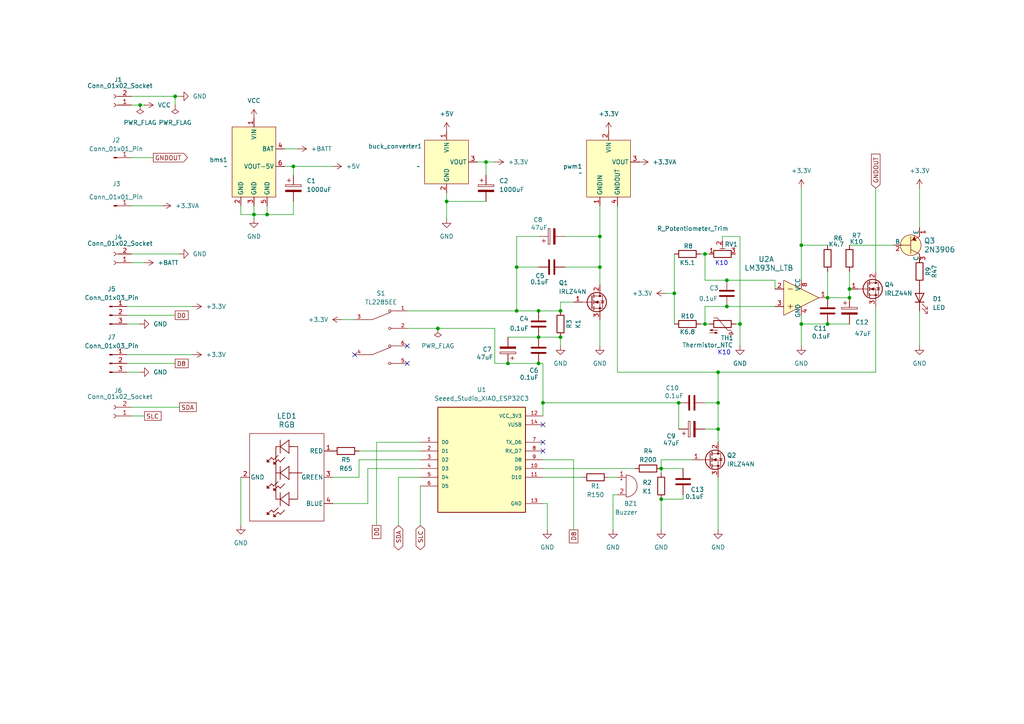
<source format=kicad_sch>
(kicad_sch (version 20231120) (generator "eeschema") (generator_version "8.0")
  (paper "A4")
  (title_block (title "LED-board-PWM") (date "2024-07-23") (rev "2") (company "NatureCircuit") (comment 1 "Andreas Nosál"))
  (lib_symbols
    (symbol "Buck_Boost_TZT:TZT_4A_Mini_DC-DC_Buck_Converter"
      (property "Reference" "PCB" (at -8.89 3.81 0))
      (symbol "TZT_4A_Mini_DC-DC_Buck_Converter_1_1"
        (pin power_in line (at 0 7.62 270) (length 2.54) (name "VIN") (number "1"))
        (pin power_in line (at 0 -10.16 90) (length 2.54) (name "GND") (number "2"))
        (pin power_out line (at 8.89 -1.27 180) (length 2.54) (name "VOUT") (number "3"))
      )
    )
    (symbol "Charging _ discharging_circuit_MH-CD42_for_batteries:Battery_charge_discharge_MH-CD42_lithium"
      (property "Reference" "PCB" (at -5.842 9.906 0))
      (symbol "Battery_charge_discharge_MH-CD42_lithium_1_1"
        (pin power_in line (at -1.27 11.43 270) (length 2.54) (name "VIN") (number "1"))
        (pin input line (at -5.08 -13.97 90) (length 2.54) (name "GND") (number "2"))
        (pin input line (at -1.27 -13.97 90) (length 2.54) (name "GND") (number "3"))
        (pin power_out line (at 7.62 2.54 180) (length 2.54) (name "BAT") (number "4"))
        (pin input line (at 2.54 -13.97 90) (length 2.54) (name "GND") (number "5"))
        (pin power_out line (at 7.62 -2.54 180) (length 2.54) (name "VOUT-5V") (number "6"))
      )
    )
    (symbol "Connector:Conn_01x01_Pin" (pin_names (offset 1.016) hide)
      (property "Reference" "J" (at 0 2.54 0))
      (property "Value" "Conn_01x01_Pin" (at 0 -2.54 0))
      (symbol "Conn_01x01_Pin_1_1"
        (pin passive line (at 5.08 0 180) (length 3.81) (name "Pin_1") (number "1"))
      )
    )
    (symbol "Connector:Conn_01x02_Socket" (pin_names (offset 1.016) hide)
      (property "Reference" "J" (at 0 2.54 0))
      (property "Value" "Conn_01x02_Socket" (at 0 -5.08 0))
      (symbol "Conn_01x02_Socket_1_1"
        (pin passive line (at -5.08 0 0) (length 3.81) (name "Pin_1") (number "1"))
        (pin passive line (at -5.08 -2.54 0) (length 3.81) (name "Pin_2") (number "2"))
      )
    )
    (symbol "Connector:Conn_01x03_Pin" (pin_names (offset 1.016) hide)
      (property "Reference" "J" (at 0 5.08 0))
      (property "Value" "Conn_01x03_Pin" (at 0 -5.08 0))
      (symbol "Conn_01x03_Pin_1_1"
        (pin passive line (at 5.08 2.54 180) (length 3.81) (name "Pin_1") (number "1"))
        (pin passive line (at 5.08 0 180) (length 3.81) (name "Pin_2") (number "2"))
        (pin passive line (at 5.08 -2.54 180) (length 3.81) (name "Pin_3") (number "3"))
      )
    )
    (symbol "Device:Buzzer" (pin_names (offset 0.0254) hide)
      (property "Reference" "BZ" (at 3.81 1.27 0))
      (property "Value" "Buzzer" (at 3.81 -1.27 0))
      (symbol "Buzzer_1_1"
        (pin passive line (at -2.54 2.54 0) (length 2.54) (name "+") (number "1"))
        (pin passive line (at -2.54 -2.54 0) (length 2.54) (name "-") (number "2"))
      )
    )
    (symbol "Device:C" (pin_numbers hide) (pin_names (offset 0.254))
      (property "Reference" "C" (at 0.635 2.54 0))
      (property "Value" "C" (at 0.635 -2.54 0))
      (symbol "C_1_1"
        (pin passive line (at 0 3.81 270) (length 2.794) (name "~") (number "1"))
        (pin passive line (at 0 -3.81 90) (length 2.794) (name "~") (number "2"))
      )
    )
    (symbol "Device:C_Polarized" (pin_numbers hide) (pin_names (offset 0.254))
      (property "Reference" "C" (at 0.635 2.54 0))
      (property "Value" "C_Polarized" (at 0.635 -2.54 0))
      (symbol "C_Polarized_1_1"
        (pin passive line (at 0 3.81 270) (length 2.794) (name "~") (number "1"))
        (pin passive line (at 0 -3.81 90) (length 2.794) (name "~") (number "2"))
      )
    )
    (symbol "Device:LED" (pin_numbers hide) (pin_names (offset 1.016) hide)
      (property "Reference" "D" (at 0 2.54 0))
      (property "Value" "LED" (at 0 -2.54 0))
      (symbol "LED_1_1"
        (pin passive line (at -3.81 0 0) (length 2.54) (name "K") (number "1"))
        (pin passive line (at 3.81 0 180) (length 2.54) (name "A") (number "2"))
      )
    )
    (symbol "Device:R" (pin_numbers hide) (pin_names (offset 0))
      (property "Reference" "R" (at 2.032 0 90))
      (property "Value" "R" (at 0 0 90))
      (symbol "R_1_1"
        (pin passive line (at 0 3.81 270) (length 1.27) (name "~") (number "1"))
        (pin passive line (at 0 -3.81 90) (length 1.27) (name "~") (number "2"))
      )
    )
    (symbol "Device:R_Potentiometer_Trim" (pin_names (offset 1.016) hide)
      (property "Reference" "RV" (at -4.445 0 90))
      (property "Value" "R_Potentiometer_Trim" (at -2.54 0 90))
      (symbol "R_Potentiometer_Trim_1_1"
        (pin passive line (at 0 3.81 270) (length 1.27) (name "1") (number "1"))
        (pin passive line (at 3.81 0 180) (length 1.27) (name "2") (number "2"))
        (pin passive line (at 0 -3.81 90) (length 1.27) (name "3") (number "3"))
      )
    )
    (symbol "Device:Thermistor_NTC" (pin_numbers hide) (pin_names (offset 0))
      (property "Reference" "TH" (at -4.445 0 90))
      (property "Value" "Thermistor_NTC" (at 3.175 0 90))
      (symbol "Thermistor_NTC_1_1"
        (pin passive line (at 0 3.81 270) (length 1.27) (name "~") (number "1"))
        (pin passive line (at 0 -3.81 90) (length 1.27) (name "~") (number "2"))
      )
    )
    (symbol "PWM_module_2A:PWM_module_2A"
      (property "Reference" "PCB" (at -4.572 7.366 0))
      (symbol "PWM_module_2A_1_1"
        (pin input line (at -2.54 -12.7 90) (length 2.54) (name "GNDIN") (number "1"))
        (pin input line (at 0 8.89 270) (length 2.54) (name "VIN") (number "2"))
        (pin output line (at 8.89 0 180) (length 2.54) (name "VOUT") (number "3"))
        (pin output line (at 2.54 -12.7 90) (length 2.54) (name "GNDOUT") (number "4"))
      )
    )
    (symbol "RGB_LED:RGB_LED" (pin_names (offset 0.254))
      (property "Reference" "LED" (at 8.89 16.256 0))
      (property "Value" "RGB" (at 8.89 13.97 0))
      (symbol "RGB_LED_1_1"
        (pin input line (at -5.08 -7.62 0) (length 2.54) (name "RED") (number "1"))
        (pin input line (at 21.59 0 180) (length 2.54) (name "GND") (number "2"))
        (pin input line (at -5.08 0 0) (length 2.54) (name "GREEN") (number "3"))
        (pin input line (at -5.08 7.62 0) (length 2.54) (name "BLUE") (number "4"))
      )
      (symbol "RGB_LED_1_2"
        (pin unspecified line (at 10.16 12.7 270) (length 2.54) (name "1") (number "1"))
        (pin unspecified line (at 0 0 90) (length 2.54) (name "2") (number "2"))
        (pin unspecified line (at 0 12.7 270) (length 2.54) (name "3") (number "3"))
        (pin unspecified line (at -10.16 12.7 270) (length 2.54) (name "4") (number "4"))
      )
    )
    (symbol "Seeed_Studio_XIAO_ESP32C3:Seeed_Studio_XIAO_ESP32C3" (pin_names (offset 1.016))
      (property "Reference" "U" (at -12.7 16.002 0))
      (property "Value" "Seeed_Studio_XIAO_ESP32C3" (at -12.7 -17.78 0))
      (symbol "Seeed_Studio_XIAO_ESP32C3_0_0"
        (pin bidirectional line (at -17.78 5.08 0) (length 5.08) (name "D0") (number "1"))
        (pin bidirectional line (at 17.78 -2.54 180) (length 5.08) (name "D9") (number "10"))
        (pin bidirectional line (at 17.78 -5.08 180) (length 5.08) (name "D10") (number "11"))
        (pin power_in line (at 17.78 12.7 180) (length 5.08) (name "VCC_3V3") (number "12"))
        (pin power_in line (at 17.78 -12.7 180) (length 5.08) (name "GND") (number "13"))
        (pin power_in line (at 17.78 10.16 180) (length 5.08) (name "VUSB") (number "14"))
        (pin bidirectional line (at -17.78 2.54 0) (length 5.08) (name "D1") (number "2"))
        (pin bidirectional line (at -17.78 0 0) (length 5.08) (name "D2") (number "3"))
        (pin bidirectional line (at -17.78 -2.54 0) (length 5.08) (name "D3") (number "4"))
        (pin bidirectional line (at -17.78 -5.08 0) (length 5.08) (name "D4") (number "5"))
        (pin bidirectional line (at -17.78 -7.62 0) (length 5.08) (name "D5") (number "6"))
        (pin bidirectional line (at 17.78 5.08 180) (length 5.08) (name "TX_D6") (number "7"))
        (pin bidirectional line (at 17.78 2.54 180) (length 5.08) (name "RX_D7") (number "8"))
        (pin bidirectional line (at 17.78 0 180) (length 5.08) (name "D8") (number "9"))
      )
    )
    (symbol "TL2285EE:TL2285EE" (pin_names (offset 1.016))
      (property "Reference" "S" (at -2.54 10.16 0))
      (property "Value" "TL2285EE" (at -2.54 -10.16 0))
      (symbol "TL2285EE_0_0"
        (pin passive line (at 7.62 7.62 180) (length 2.54) (name "~") (number "1"))
        (pin passive line (at 7.62 2.54 180) (length 2.54) (name "~") (number "2"))
        (pin passive line (at -7.62 5.08 0) (length 2.54) (name "~") (number "3"))
        (pin passive line (at -7.62 -5.08 0) (length 2.54) (name "~") (number "4"))
        (pin passive line (at 7.62 -7.62 180) (length 2.54) (name "~") (number "5"))
        (pin passive line (at 7.62 -2.54 180) (length 2.54) (name "~") (number "6"))
      )
    )
    (symbol "Transistor_FET:IRLZ44N" (pin_names hide)
      (property "Reference" "Q" (at 5.08 1.905 0))
      (property "Value" "IRLZ44N" (at 5.08 0 0))
      (symbol "IRLZ44N_1_1"
        (pin input line (at -5.08 0 0) (length 2.54) (name "G") (number "1"))
        (pin passive line (at 2.54 5.08 270) (length 2.54) (name "D") (number "2"))
        (pin passive line (at 2.54 -5.08 90) (length 2.54) (name "S") (number "3"))
      )
    )
    (symbol "dk_Linear-Comparators:LM393N_LTB" (pin_names (offset 0))
      (property "Reference" "U" (at -5.08 7.62 0))
      (property "Value" "LM393N_LTB" (at 2.54 -5.08 0))
      (symbol "LM393N_LTB_1_1"
        (pin output line (at 7.62 0 180) (length 2.54) (name "~") (number "1"))
        (pin input line (at -7.62 2.54 0) (length 2.54) (name "~") (number "2"))
        (pin input line (at -7.62 -2.54 0) (length 2.54) (name "~") (number "3"))
        (pin power_in line (at 0 -5.08 90) (length 2.54) (name "GND") (number "4"))
        (pin power_in line (at 0 5.08 270) (length 2.54) (name "VCC") (number "8"))
      )
      (symbol "LM393N_LTB_2_1"
        (pin power_in line (at 0 -5.08 90) (length 2.54) (name "GND") (number "4"))
        (pin input line (at -7.62 -2.54 0) (length 2.54) (name "~") (number "5"))
        (pin input line (at -7.62 2.54 0) (length 2.54) (name "~") (number "6"))
        (pin output line (at 7.62 0 180) (length 2.54) (name "~") (number "7"))
        (pin power_in line (at 0 5.08 270) (length 2.54) (name "VCC") (number "8"))
      )
    )
    (symbol "dk_Transistors-Bipolar-BJT-Single:2N3906" (pin_names (offset 0))
      (property "Reference" "Q" (at -2.3876 3.9116 0))
      (property "Value" "2N3906" (at 5.08 0 90))
      (symbol "2N3906_1_1"
        (pin passive line (at 2.54 5.08 270) (length 2.54) (name "E") (number "1"))
        (pin input line (at -5.08 0 0) (length 2.54) (name "B") (number "2"))
        (pin passive line (at 2.54 -5.08 90) (length 2.54) (name "C") (number "3"))
      )
    )
    (symbol "power:+3.3V" (power) (pin_numbers hide) (pin_names (offset 0) hide)
      (property "Value" "+3.3V" (at 0 3.556 0))
      (symbol "+3.3V_1_1"
        (pin power_in line (at 0 0 90) (length 0) (name "~") (number "1"))
      )
    )
    (symbol "power:+3.3VA" (power) (pin_numbers hide) (pin_names (offset 0) hide)
      (property "Value" "+3.3VA" (at 0 3.556 0))
      (symbol "+3.3VA_1_1"
        (pin power_in line (at 0 0 90) (length 0) (name "~") (number "1"))
      )
    )
    (symbol "power:+5V" (power) (pin_numbers hide) (pin_names (offset 0) hide)
      (property "Value" "+5V" (at 0 3.556 0))
      (symbol "+5V_1_1"
        (pin power_in line (at 0 0 90) (length 0) (name "~") (number "1"))
      )
    )
    (symbol "power:+BATT" (power) (pin_numbers hide) (pin_names (offset 0) hide)
      (property "Value" "+BATT" (at 0 3.556 0))
      (symbol "+BATT_1_1"
        (pin power_in line (at 0 0 90) (length 0) (name "~") (number "1"))
      )
    )
    (symbol "power:GND" (power) (pin_numbers hide) (pin_names (offset 0) hide)
      (property "Value" "GND" (at 0 -3.81 0))
      (symbol "GND_1_1"
        (pin power_in line (at 0 0 270) (length 0) (name "~") (number "1"))
      )
    )
    (symbol "power:PWR_FLAG" (power) (pin_numbers hide) (pin_names (offset 0) hide)
      (property "Value" "PWR_FLAG" (at 0 3.81 0))
      (symbol "PWR_FLAG_0_0"
        (pin power_out line (at 0 0 90) (length 0) (name "~") (number "1"))
      )
    )
    (symbol "power:VCC" (power) (pin_numbers hide) (pin_names (offset 0) hide)
      (property "Value" "VCC" (at 0 3.556 0))
      (symbol "VCC_1_1"
        (pin power_in line (at 0 0 90) (length 0) (name "~") (number "1"))
      )
    )
  )
  (junction (at 157.48 116.84))
  (junction (at 50.8 27.94))
  (junction (at 204.47 93.98))
  (junction (at 191.77 144.78))
  (junction (at 127 95.25))
  (junction (at 208.28 107.95))
  (junction (at 73.66 62.23))
  (junction (at 140.97 46.99))
  (junction (at 204.47 73.66))
  (junction (at 149.86 77.47))
  (junction (at 210.82 81.28))
  (junction (at 162.56 90.17))
  (junction (at 191.77 135.89))
  (junction (at 147.32 105.41))
  (junction (at 232.41 71.12))
  (junction (at 85.09 48.26))
  (junction (at 162.56 97.79))
  (junction (at 156.21 97.79))
  (junction (at 156.21 105.41))
  (junction (at 246.38 86.36))
  (junction (at 208.28 124.46))
  (junction (at 240.03 93.98))
  (junction (at 129.54 58.42))
  (junction (at 77.47 62.23))
  (junction (at 214.63 93.98))
  (junction (at 240.03 86.36))
  (junction (at 156.21 90.17))
  (junction (at 40.64 30.48))
  (junction (at 208.28 116.84))
  (junction (at 196.85 116.84))
  (junction (at 246.38 83.82))
  (junction (at 173.99 68.58))
  (junction (at 232.41 93.98))
  (junction (at 173.99 77.47))
  (junction (at 210.82 88.9))
  (junction (at 195.58 85.09))
  (junction (at 149.86 90.17))
  (no_connect (at 157.48 123.19))
  (no_connect (at 118.11 105.41))
  (no_connect (at 157.48 128.27))
  (no_connect (at 157.48 130.81))
  (no_connect (at 118.11 100.33))
  (no_connect (at 102.87 102.87))
  (wire (pts (xy 209.55 68.58) (xy 214.63 68.58)))
  (wire (pts (xy 210.82 81.28) (xy 224.79 81.28)))
  (wire (pts (xy 157.48 138.43) (xy 168.91 138.43)))
  (wire (pts (xy 204.47 88.9) (xy 204.47 93.98)))
  (wire (pts (xy 50.8 91.44) (xy 36.83 91.44)))
  (wire (pts (xy 140.97 50.8) (xy 140.97 46.99)))
  (wire (pts (xy 198.12 143.51) (xy 198.12 144.78)))
  (wire (pts (xy 38.1 120.65) (xy 41.91 120.65)))
  (wire (pts (xy 38.1 73.66) (xy 52.07 73.66)))
  (wire (pts (xy 149.86 68.58) (xy 149.86 77.47)))
  (wire (pts (xy 254 54.61) (xy 254 78.74)))
  (wire (pts (xy 246.38 78.74) (xy 246.38 83.82)))
  (wire (pts (xy 85.09 58.42) (xy 85.09 62.23)))
  (wire (pts (xy 138.43 46.99) (xy 140.97 46.99)))
  (wire (pts (xy 38.1 45.72) (xy 44.45 45.72)))
  (wire (pts (xy 36.83 102.87) (xy 55.88 102.87)))
  (wire (pts (xy 224.79 81.28) (xy 224.79 83.82)))
  (wire (pts (xy 191.77 135.89) (xy 198.12 135.89)))
  (wire (pts (xy 147.32 97.79) (xy 156.21 97.79)))
  (wire (pts (xy 173.99 59.69) (xy 173.99 68.58)))
  (wire (pts (xy 77.47 62.23) (xy 85.09 62.23)))
  (wire (pts (xy 147.32 105.41) (xy 156.21 105.41)))
  (wire (pts (xy 173.99 77.47) (xy 173.99 82.55)))
  (wire (pts (xy 203.2 93.98) (xy 204.47 93.98)))
  (wire (pts (xy 195.58 85.09) (xy 195.58 93.98)))
  (wire (pts (xy 115.57 138.43) (xy 121.92 138.43)))
  (wire (pts (xy 50.8 27.94) (xy 52.07 27.94)))
  (wire (pts (xy 203.2 73.66) (xy 204.47 73.66)))
  (wire (pts (xy 191.77 135.89) (xy 191.77 137.16)))
  (wire (pts (xy 156.21 97.79) (xy 162.56 97.79)))
  (wire (pts (xy 204.47 73.66) (xy 205.74 73.66)))
  (wire (pts (xy 176.53 138.43) (xy 179.07 138.43)))
  (wire (pts (xy 121.92 135.89) (xy 106.68 135.89)))
  (wire (pts (xy 36.83 107.95) (xy 40.64 107.95)))
  (wire (pts (xy 104.14 133.35) (xy 104.14 138.43)))
  (wire (pts (xy 246.38 83.82) (xy 246.38 86.36)))
  (wire (pts (xy 195.58 85.09) (xy 195.58 73.66)))
  (wire (pts (xy 162.56 97.79) (xy 162.56 100.33)))
  (wire (pts (xy 50.8 30.48) (xy 50.8 27.94)))
  (wire (pts (xy 156.21 90.17) (xy 162.56 90.17)))
  (wire (pts (xy 158.75 153.67) (xy 158.75 146.05)))
  (wire (pts (xy 232.41 93.98) (xy 232.41 91.44)))
  (wire (pts (xy 73.66 59.69) (xy 73.66 62.23)))
  (wire (pts (xy 129.54 58.42) (xy 140.97 58.42)))
  (wire (pts (xy 266.7 76.2) (xy 266.7 74.93)))
  (wire (pts (xy 213.36 93.98) (xy 214.63 93.98)))
  (wire (pts (xy 173.99 68.58) (xy 173.99 77.47)))
  (wire (pts (xy 69.85 138.43) (xy 69.85 152.4)))
  (wire (pts (xy 173.99 100.33) (xy 173.99 92.71)))
  (wire (pts (xy 118.11 90.17) (xy 149.86 90.17)))
  (wire (pts (xy 73.66 62.23) (xy 77.47 62.23)))
  (wire (pts (xy 208.28 107.95) (xy 254 107.95)))
  (wire (pts (xy 232.41 54.61) (xy 232.41 71.12)))
  (wire (pts (xy 204.47 88.9) (xy 210.82 88.9)))
  (wire (pts (xy 109.22 128.27) (xy 109.22 152.4)))
  (wire (pts (xy 208.28 116.84) (xy 208.28 124.46)))
  (wire (pts (xy 208.28 138.43) (xy 208.28 153.67)))
  (wire (pts (xy 209.55 69.85) (xy 209.55 68.58)))
  (wire (pts (xy 246.38 71.12) (xy 259.08 71.12)))
  (wire (pts (xy 69.85 62.23) (xy 73.66 62.23)))
  (wire (pts (xy 77.47 59.69) (xy 77.47 62.23)))
  (wire (pts (xy 115.57 138.43) (xy 115.57 152.4)))
  (wire (pts (xy 204.47 93.98) (xy 205.74 93.98)))
  (wire (pts (xy 240.03 78.74) (xy 240.03 86.36)))
  (wire (pts (xy 204.47 81.28) (xy 210.82 81.28)))
  (wire (pts (xy 191.77 144.78) (xy 191.77 153.67)))
  (wire (pts (xy 85.09 50.8) (xy 85.09 48.26)))
  (wire (pts (xy 99.06 92.71) (xy 102.87 92.71)))
  (wire (pts (xy 163.83 68.58) (xy 173.99 68.58)))
  (wire (pts (xy 157.48 105.41) (xy 157.48 116.84)))
  (wire (pts (xy 208.28 124.46) (xy 208.28 128.27)))
  (wire (pts (xy 232.41 100.33) (xy 232.41 93.98)))
  (wire (pts (xy 73.66 62.23) (xy 73.66 63.5)))
  (wire (pts (xy 240.03 93.98) (xy 246.38 93.98)))
  (wire (pts (xy 69.85 59.69) (xy 69.85 62.23)))
  (wire (pts (xy 157.48 116.84) (xy 157.48 120.65)))
  (wire (pts (xy 232.41 71.12) (xy 240.03 71.12)))
  (wire (pts (xy 232.41 93.98) (xy 240.03 93.98)))
  (wire (pts (xy 40.64 30.48) (xy 38.1 30.48)))
  (wire (pts (xy 36.83 93.98) (xy 40.64 93.98)))
  (wire (pts (xy 266.7 90.17) (xy 266.7 100.33)))
  (wire (pts (xy 179.07 107.95) (xy 208.28 107.95)))
  (wire (pts (xy 204.47 81.28) (xy 204.47 73.66)))
  (wire (pts (xy 85.09 48.26) (xy 82.55 48.26)))
  (wire (pts (xy 177.8 153.67) (xy 177.8 143.51)))
  (wire (pts (xy 129.54 63.5) (xy 129.54 58.42)))
  (wire (pts (xy 127 95.25) (xy 143.51 95.25)))
  (wire (pts (xy 179.07 59.69) (xy 179.07 107.95)))
  (wire (pts (xy 177.8 143.51) (xy 179.07 143.51)))
  (wire (pts (xy 38.1 59.69) (xy 46.99 59.69)))
  (wire (pts (xy 166.37 153.67) (xy 166.37 133.35)))
  (wire (pts (xy 149.86 90.17) (xy 156.21 90.17)))
  (wire (pts (xy 196.85 116.84) (xy 196.85 124.46)))
  (wire (pts (xy 162.56 87.63) (xy 166.37 87.63)))
  (wire (pts (xy 121.92 140.97) (xy 121.92 152.4)))
  (wire (pts (xy 106.68 135.89) (xy 106.68 146.05)))
  (wire (pts (xy 162.56 90.17) (xy 162.56 87.63)))
  (wire (pts (xy 208.28 124.46) (xy 204.47 124.46)))
  (wire (pts (xy 193.04 85.09) (xy 195.58 85.09)))
  (wire (pts (xy 118.11 95.25) (xy 127 95.25)))
  (wire (pts (xy 240.03 86.36) (xy 246.38 86.36)))
  (wire (pts (xy 149.86 77.47) (xy 156.21 77.47)))
  (wire (pts (xy 149.86 77.47) (xy 149.86 90.17)))
  (wire (pts (xy 157.48 135.89) (xy 184.15 135.89)))
  (wire (pts (xy 143.51 105.41) (xy 147.32 105.41)))
  (wire (pts (xy 157.48 116.84) (xy 196.85 116.84)))
  (wire (pts (xy 129.54 58.42) (xy 129.54 55.88)))
  (wire (pts (xy 104.14 130.81) (xy 121.92 130.81)))
  (wire (pts (xy 50.8 105.41) (xy 36.83 105.41)))
  (wire (pts (xy 38.1 76.2) (xy 41.91 76.2)))
  (wire (pts (xy 38.1 27.94) (xy 50.8 27.94)))
  (wire (pts (xy 191.77 133.35) (xy 191.77 135.89)))
  (wire (pts (xy 157.48 105.41) (xy 156.21 105.41)))
  (wire (pts (xy 82.55 43.18) (xy 86.36 43.18)))
  (wire (pts (xy 41.91 30.48) (xy 40.64 30.48)))
  (wire (pts (xy 198.12 144.78) (xy 191.77 144.78)))
  (wire (pts (xy 254 88.9) (xy 254 107.95)))
  (wire (pts (xy 36.83 88.9) (xy 55.88 88.9)))
  (wire (pts (xy 163.83 77.47) (xy 173.99 77.47)))
  (wire (pts (xy 143.51 95.25) (xy 143.51 105.41)))
  (wire (pts (xy 266.7 54.61) (xy 266.7 66.04)))
  (wire (pts (xy 208.28 107.95) (xy 208.28 116.84)))
  (wire (pts (xy 232.41 71.12) (xy 232.41 81.28)))
  (wire (pts (xy 106.68 146.05) (xy 96.52 146.05)))
  (wire (pts (xy 208.28 116.84) (xy 204.47 116.84)))
  (wire (pts (xy 166.37 133.35) (xy 157.48 133.35)))
  (wire (pts (xy 214.63 93.98) (xy 214.63 100.33)))
  (wire (pts (xy 104.14 138.43) (xy 96.52 138.43)))
  (wire (pts (xy 210.82 88.9) (xy 224.79 88.9)))
  (wire (pts (xy 38.1 118.11) (xy 52.07 118.11)))
  (wire (pts (xy 214.63 68.58) (xy 214.63 93.98)))
  (wire (pts (xy 121.92 133.35) (xy 104.14 133.35)))
  (wire (pts (xy 121.92 128.27) (xy 109.22 128.27)))
  (wire (pts (xy 143.51 46.99) (xy 140.97 46.99)))
  (wire (pts (xy 158.75 146.05) (xy 157.48 146.05)))
  (wire (pts (xy 200.66 133.35) (xy 191.77 133.35)))
  (wire (pts (xy 149.86 68.58) (xy 156.21 68.58)))
  (wire (pts (xy 96.52 48.26) (xy 85.09 48.26)))
  (text "K10\n" (at 210.058 102.362 0) (effects (font (size 1.27 1.27))))
  (text "K10" (at 209.296 76.454 0) (effects (font (size 1.27 1.27))))
  (global_label "D8" (shape passive) (at 50.8 105.41 0) (property "Intersheetrefs" "${INTERSHEET_REFS}" (effects (hide yes))))
  (global_label "SDA" (shape passive) (at 52.07 118.11 0) (property "Intersheetrefs" "${INTERSHEET_REFS}" (effects (hide yes))))
  (global_label "D0" (shape passive) (at 109.22 152.4 270) (property "Intersheetrefs" "${INTERSHEET_REFS}" (effects (hide yes))))
  (global_label "D8" (shape passive) (at 166.37 153.67 270) (property "Intersheetrefs" "${INTERSHEET_REFS}" (effects (hide yes))))
  (global_label "SDA" (shape bidirectional) (at 115.57 152.4 270) (property "Intersheetrefs" "${INTERSHEET_REFS}" (effects (hide yes))))
  (global_label "D0" (shape passive) (at 50.8 91.44 0) (property "Intersheetrefs" "${INTERSHEET_REFS}" (effects (hide yes))))
  (global_label "GNDOUT" (shape output) (at 44.45 45.72 0) (property "Intersheetrefs" "${INTERSHEET_REFS}" (effects (hide yes))))
  (global_label "GNDOUT" (shape input) (at 254 54.61 90) (property "Intersheetrefs" "${INTERSHEET_REFS}" (effects (hide yes))))
  (global_label "SLC" (shape bidirectional) (at 121.92 152.4 270) (property "Intersheetrefs" "${INTERSHEET_REFS}" (effects (hide yes))))
  (global_label "SLC" (shape passive) (at 41.91 120.65 0) (property "Intersheetrefs" "${INTERSHEET_REFS}" (effects (hide yes))))
  (symbol (lib_id "power:PWR_FLAG") (at 50.8 30.48 180) (unit 1)
    (property "Reference" "#FLG02" (effects (hide yes)))
    (property "Value" "PWR_FLAG" (at 50.8 35.56 0))
    (property "Description" "Special symbol for telling ERC where power comes from" (effects (hide yes)))
  )
  (symbol (lib_id "Device:C_Polarized") (at 85.09 54.61 0) (unit 1)
    (property "Reference" "C1" (at 88.9 52.4509 0) (effects (justify left)))
    (property "Value" "1000uF" (at 88.9 54.9909 0) (effects (justify left)))
    (property "Footprint" "Capacitor_THT:CP_Radial_D10.0mm_P5.00mm" (effects (hide yes)))
    (property "Description" "Polarized capacitor" (effects (hide yes)))
  )
  (symbol (lib_id "Device:R") (at 191.77 140.97 180) (unit 1)
    (property "Reference" "R2" (at 187.706 139.954 0))
    (property "Value" "K1" (at 187.706 142.494 0))
    (property "Footprint" "Resistor_THT:R_Axial_DIN0207_L6.3mm_D2.5mm_P10.16mm_Horizontal" (effects (hide yes)))
    (property "Description" "Resistor" (effects (hide yes)))
  )
  (symbol (lib_id "power:GND") (at 52.07 73.66 90) (unit 1)
    (property "Reference" "#PWR04" (effects (hide yes)))
    (property "Value" "GND" (at 55.88 73.6599 90) (effects (justify right)))
    (property "Description" "Power symbol creates a global label with name \"GND\" , ground" (effects (hide yes)))
  )
  (symbol (lib_id "Device:C") (at 240.03 90.17 0) (unit 1)
    (property "Reference" "C11" (at 235.966 95.25 0) (effects (justify left)))
    (property "Value" "0.1uF" (at 235.458 97.536 0) (effects (justify left)))
    (property "Footprint" "Capacitor_THT:C_Disc_D3.4mm_W2.1mm_P2.50mm" (effects (hide yes)))
    (property "Description" "Unpolarized capacitor" (effects (hide yes)))
  )
  (symbol (lib_id "power:VCC") (at 41.91 30.48 270) (unit 1)
    (property "Reference" "#PWR017" (effects (hide yes)))
    (property "Value" "VCC" (at 45.72 30.4799 90) (effects (justify left)))
    (property "Description" "Power symbol creates a global label with name \"VCC\"" (effects (hide yes)))
  )
  (symbol (lib_id "Charging _ discharging_circuit_MH-CD42_for_batteries:Battery_charge_discharge_MH-CD42_lithium") (at 74.93 45.72 0) (unit 1)
    (property "Reference" "bms1" (at 66.04 46.3549 0) (effects (justify right)))
    (property "Value" "~" (at 66.04 48.26 0) (effects (justify right)))
    (property "Footprint" "Battery_module_MH-CD42_THT:MH_CD42_Charge_Discharge_Module" (effects (hide yes)))
  )
  (symbol (lib_id "power:GND") (at 214.63 100.33 0) (unit 1)
    (property "Reference" "#PWR014" (effects (hide yes)))
    (property "Value" "GND" (at 214.63 105.41 0))
    (property "Description" "Power symbol creates a global label with name \"GND\" , ground" (effects (hide yes)))
  )
  (symbol (lib_id "power:GND") (at 52.07 27.94 90) (unit 1)
    (property "Reference" "#PWR02" (effects (hide yes)))
    (property "Value" "GND" (at 55.88 27.9399 90) (effects (justify right)))
    (property "Description" "Power symbol creates a global label with name \"GND\" , ground" (effects (hide yes)))
  )
  (symbol (lib_id "power:GND") (at 208.28 153.67 0) (unit 1)
    (property "Reference" "#PWR013" (effects (hide yes)))
    (property "Value" "GND" (at 208.28 158.75 0))
    (property "Description" "Power symbol creates a global label with name \"GND\" , ground" (effects (hide yes)))
  )
  (symbol (lib_id "Device:R") (at 240.03 74.93 180) (unit 1)
    (property "Reference" "R6" (at 243.078 69.088 0))
    (property "Value" "K4.7" (at 242.57 70.866 0))
    (property "Footprint" "Resistor_THT:R_Axial_DIN0207_L6.3mm_D2.5mm_P10.16mm_Horizontal" (effects (hide yes)))
    (property "Description" "Resistor" (effects (hide yes)))
  )
  (symbol (lib_id "Device:R") (at 187.96 135.89 270) (unit 1)
    (property "Reference" "R4" (at 187.96 130.81 90))
    (property "Value" "R200" (at 187.96 133.35 90))
    (property "Footprint" "Resistor_THT:R_Axial_DIN0207_L6.3mm_D2.5mm_P10.16mm_Horizontal" (effects (hide yes)))
    (property "Description" "Resistor" (effects (hide yes)))
  )
  (symbol (lib_id "power:GND") (at 173.99 100.33 0) (unit 1)
    (property "Reference" "#PWR05" (effects (hide yes)))
    (property "Value" "GND" (at 173.99 105.41 0))
    (property "Description" "Power symbol creates a global label with name \"GND\" , ground" (effects (hide yes)))
  )
  (symbol (lib_id "Device:C") (at 210.82 85.09 0) (unit 1)
    (property "Reference" "C3" (at 205.74 83.566 0) (effects (justify left)))
    (property "Value" "0.1uF" (at 202.692 86.614 0) (effects (justify left)))
    (property "Footprint" "Capacitor_THT:C_Disc_D3.4mm_W2.1mm_P2.50mm" (effects (hide yes)))
    (property "Description" "Unpolarized capacitor" (effects (hide yes)))
  )
  (symbol (lib_id "Device:R_Potentiometer_Trim") (at 209.55 73.66 90) (unit 1)
    (property "Reference" "RV1" (at 212.09 70.866 90))
    (property "Value" "R_Potentiometer_Trim" (at 200.914 66.294 90))
    (property "Footprint" "Potentiometer_THT:Potentiometer_Bourns_3296W_Vertical" (effects (hide yes)))
    (property "Description" "Trim-potentiometer" (effects (hide yes)))
  )
  (symbol (lib_id "Connector:Conn_01x02_Socket") (at 33.02 76.2 180) (unit 1)
    (property "Reference" "J4" (at 34.29 68.834 0))
    (property "Value" "Conn_01x02_Socket" (at 34.798 70.612 0))
    (property "Footprint" "Connector_JST:JST_PH_B2B-PH-K_1x02_P2.00mm_Vertical" (effects (hide yes)))
    (property "Description" "Generic connector, single row, 01x02, script generated" (effects (hide yes)))
  )
  (symbol (lib_id "power:GND") (at 129.54 63.5 0) (unit 1)
    (property "Reference" "#PWR03" (effects (hide yes)))
    (property "Value" "GND" (at 129.54 68.58 0))
    (property "Description" "Power symbol creates a global label with name \"GND\" , ground" (effects (hide yes)))
  )
  (symbol (lib_id "TL2285EE:TL2285EE") (at 110.49 97.79 0) (unit 1)
    (property "Reference" "S1" (at 110.49 85.09 0))
    (property "Value" "TL2285EE" (at 110.49 87.63 0))
    (property "Footprint" "TL2285EE:SW_TL2285EE" (effects (hide yes)))
    (property "MF" "E-Switch" (effects (hide yes)))
    (property "MAXIMUM_PACKAGE_HEIGHT" "13.5 mm" (effects (hide yes)))
    (property "Package" "None" (effects (hide yes)))
    (property "Price" "None" (effects (hide yes)))
    (property "Check_prices" "https://www.snapeda.com/parts/TL2285EE/E-Switch/view-part/?ref=eda" (effects (hide yes)))
    (property "STANDARD" "Manufacturer Recommendations" (effects (hide yes)))
    (property "PARTREV" "B" (effects (hide yes)))
    (property "SnapEDA_Link" "https://www.snapeda.com/parts/TL2285EE/E-Switch/view-part/?ref=snap" (effects (hide yes)))
    (property "MP" "TL2285EE" (effects (hide yes)))
    (property "Description_1" "\nPushbutton Switch DPDT Standard Through Hole\n" (effects (hide yes)))
    (property "MANUFACTURER" "E-Switch" (effects (hide yes)))
    (property "Availability" "In Stock" (effects (hide yes)))
    (property "SNAPEDA_PN" "TL2285OA" (effects (hide yes)))
  )
  (symbol (lib_id "power:GND") (at 73.66 63.5 0) (unit 1)
    (property "Reference" "#PWR01" (effects (hide yes)))
    (property "Value" "GND" (at 73.66 68.58 0))
    (property "Description" "Power symbol creates a global label with name \"GND\" , ground" (effects (hide yes)))
  )
  (symbol (lib_id "power:PWR_FLAG") (at 40.64 30.48 180) (unit 1)
    (property "Reference" "#FLG01" (effects (hide yes)))
    (property "Value" "PWR_FLAG" (at 40.64 35.56 0))
    (property "Description" "Special symbol for telling ERC where power comes from" (effects (hide yes)))
  )
  (symbol (lib_id "power:+5V") (at 96.52 48.26 270) (unit 1)
    (property "Reference" "#PWR021" (effects (hide yes)))
    (property "Value" "+5V" (at 100.33 48.2599 90) (effects (justify left)))
    (property "Description" "Power symbol creates a global label with name \"+5V\"" (effects (hide yes)))
  )
  (symbol (lib_id "power:GND") (at 177.8 153.67 0) (unit 1)
    (property "Reference" "#PWR011" (effects (hide yes)))
    (property "Value" "GND" (at 177.8 158.75 0))
    (property "Description" "Power symbol creates a global label with name \"GND\" , ground" (effects (hide yes)))
  )
  (symbol (lib_id "Transistor_FET:IRLZ44N") (at 251.46 83.82 0) (unit 1)
    (property "Reference" "Q4" (at 256.54 82.55 0) (effects (justify left)))
    (property "Value" "IRLZ44N" (at 256.54 85.09 0) (effects (justify left)))
    (property "Footprint" "Package_TO_SOT_THT:TO-220-3_Vertical" (effects (hide yes)))
    (property "Datasheet" "http://www.irf.com/product-info/datasheets/data/irlz44n.pdf" (effects (hide yes)))
    (property "Description" "47A Id, 55V Vds, 22mOhm Rds Single N-Channel HEXFET Power MOSFET, TO-220AB" (effects (hide yes)))
  )
  (symbol (lib_id "dk_Transistors-Bipolar-BJT-Single:2N3906") (at 264.16 71.12 0) (unit 1)
    (property "Reference" "Q3" (at 267.97 69.8499 0) (effects (font (size 1.524 1.524)) (justify left)))
    (property "Value" "2N3906" (at 267.97 72.3899 0) (effects (font (size 1.524 1.524)) (justify left)))
    (property "Footprint" "digikey-footprints:TO-92-3" (effects (hide yes)))
    (property "Datasheet" "https://my.centralsemi.com/get_document.php?cmp=1&mergetype=pd&mergepath=pd&pdf_id=LSSGP072.PDF" (effects (hide yes)))
    (property "Description" "TRANS PNP 40V TO-92" (effects (hide yes)))
    (property "Digi-Key_PN" "2N3906CS-ND" (effects (hide yes)))
    (property "MPN" "2N3906" (effects (hide yes)))
    (property "Category" "Discrete Semiconductor Products" (effects (hide yes)))
    (property "Family" "Transistors - Bipolar (BJT) - Single" (effects (hide yes)))
    (property "DK_Datasheet_Link" "https://my.centralsemi.com/get_document.php?cmp=1&mergetype=pd&mergepath=pd&pdf_id=LSSGP072.PDF" (effects (hide yes)))
    (property "DK_Detail_Page" "/product-detail/en/central-semiconductor-corp/2N3906/2N3906CS-ND/4806878" (effects (hide yes)))
    (property "Description_1" "TRANS PNP 40V TO-92" (effects (hide yes)))
    (property "Manufacturer" "Central Semiconductor Corp" (effects (hide yes)))
    (property "Status" "Active" (effects (hide yes)))
  )
  (symbol (lib_id "Device:C") (at 156.21 93.98 0) (unit 1)
    (property "Reference" "C4" (at 150.622 92.456 0) (effects (justify left)))
    (property "Value" "0.1uF" (at 147.828 95.25 0) (effects (justify left)))
    (property "Footprint" "Capacitor_THT:C_Disc_D3.4mm_W2.1mm_P2.50mm" (effects (hide yes)))
    (property "Description" "Unpolarized capacitor" (effects (hide yes)))
  )
  (symbol (lib_id "RGB_LED:RGB_LED") (at 91.44 138.43 180) (unit 1)
    (property "Reference" "LED1" (at 83.185 120.65 0) (effects (font (size 1.524 1.524))))
    (property "Value" "RGB" (at 83.185 123.19 0) (effects (font (size 1.524 1.524))))
    (property "Footprint" "footprints:RGB_LED" (effects (hide yes)))
    (property "Datasheet" "WP154A4SEJ3VBDZGC/CA" (effects (hide yes)))
  )
  (symbol (lib_id "power:+3.3V") (at 193.04 85.09 90) (unit 1)
    (property "Reference" "#PWR030" (effects (hide yes)))
    (property "Value" "+3.3V" (at 189.23 85.0899 90) (effects (justify left)))
    (property "Description" "Power symbol creates a global label with name \"+3.3V\"" (effects (hide yes)))
  )
  (symbol (lib_id "Device:Thermistor_NTC") (at 209.55 93.98 270) (mirror x) (unit 1)
    (property "Reference" "TH1" (at 209.042 98.044 90) (effects (justify left)))
    (property "Value" "Thermistor_NTC" (at 197.866 100.076 90) (effects (justify left)))
    (property "Footprint" "Resistor_THT:R_Axial_DIN0204_L3.6mm_D1.6mm_P1.90mm_Vertical" (effects (hide yes)))
    (property "Description" "Temperature dependent resistor, negative temperature coefficient" (effects (hide yes)))
  )
  (symbol (lib_id "power:GND") (at 158.75 153.67 0) (unit 1)
    (property "Reference" "#PWR010" (effects (hide yes)))
    (property "Value" "GND" (at 158.75 158.75 0))
    (property "Description" "Power symbol creates a global label with name \"GND\" , ground" (effects (hide yes)))
  )
  (symbol (lib_id "power:GND") (at 232.41 100.33 0) (unit 1)
    (property "Reference" "#PWR015" (effects (hide yes)))
    (property "Value" "GND" (at 232.41 105.41 0))
    (property "Description" "Power symbol creates a global label with name \"GND\" , ground" (effects (hide yes)))
  )
  (symbol (lib_id "Device:R") (at 199.39 73.66 90) (unit 1)
    (property "Reference" "R8" (at 199.644 71.374 90))
    (property "Value" "K5.1" (at 199.39 76.2 90))
    (property "Footprint" "Resistor_THT:R_Axial_DIN0207_L6.3mm_D2.5mm_P10.16mm_Horizontal" (effects (hide yes)))
    (property "Description" "Resistor" (effects (hide yes)))
  )
  (symbol (lib_id "Device:R") (at 172.72 138.43 90) (unit 1)
    (property "Reference" "R1" (at 172.72 140.97 90))
    (property "Value" "R150" (at 172.72 143.51 90))
    (property "Footprint" "Resistor_THT:R_Axial_DIN0207_L6.3mm_D2.5mm_P10.16mm_Horizontal" (effects (hide yes)))
    (property "Description" "Resistor" (effects (hide yes)))
  )
  (symbol (lib_id "power:GND") (at 191.77 153.67 0) (unit 1)
    (property "Reference" "#PWR012" (effects (hide yes)))
    (property "Value" "GND" (at 191.77 158.75 0))
    (property "Description" "Power symbol creates a global label with name \"GND\" , ground" (effects (hide yes)))
  )
  (symbol (lib_id "Device:C") (at 156.21 101.6 180) (unit 1)
    (property "Reference" "C6" (at 156.21 107.442 0) (effects (justify left)))
    (property "Value" "0.1uF" (at 156.21 109.474 0) (effects (justify left)))
    (property "Footprint" "Capacitor_THT:C_Disc_D3.4mm_W2.1mm_P2.50mm" (effects (hide yes)))
    (property "Description" "Unpolarized capacitor" (effects (hide yes)))
  )
  (symbol (lib_id "power:+BATT") (at 41.91 76.2 270) (unit 1)
    (property "Reference" "#PWR020" (effects (hide yes)))
    (property "Value" "+BATT" (at 45.72 76.1999 90) (effects (justify left)))
    (property "Description" "Power symbol creates a global label with name \"+BATT\"" (effects (hide yes)))
  )
  (symbol (lib_id "Device:C") (at 200.66 116.84 270) (unit 1)
    (property "Reference" "C10" (at 193.04 112.522 90) (effects (justify left)))
    (property "Value" "0.1uF" (at 192.786 114.808 90) (effects (justify left)))
    (property "Footprint" "Capacitor_THT:C_Disc_D3.4mm_W2.1mm_P2.50mm" (effects (hide yes)))
    (property "Description" "Unpolarized capacitor" (effects (hide yes)))
  )
  (symbol (lib_id "Device:C_Polarized") (at 160.02 68.58 90) (unit 1)
    (property "Reference" "C8" (at 154.686 63.754 90) (effects (justify right)))
    (property "Value" "47uF" (at 153.924 66.04 90) (effects (justify right)))
    (property "Footprint" "Capacitor_THT:CP_Radial_D5.0mm_P2.00mm" (effects (hide yes)))
    (property "Description" "Polarized capacitor" (effects (hide yes)))
  )
  (symbol (lib_id "Connector:Conn_01x03_Pin") (at 31.75 91.44 0) (unit 1)
    (property "Reference" "J5" (at 32.385 83.82 0))
    (property "Value" "Conn_01x03_Pin" (at 32.385 86.36 0))
    (property "Footprint" "Connector_PinHeader_2.54mm:PinHeader_1x03_P2.54mm_Vertical" (effects (hide yes)))
    (property "Description" "Generic connector, single row, 01x03, script generated" (effects (hide yes)))
  )
  (symbol (lib_id "power:GND") (at 266.7 100.33 0) (unit 1)
    (property "Reference" "#PWR016" (effects (hide yes)))
    (property "Value" "GND" (at 266.7 105.41 0))
    (property "Description" "Power symbol creates a global label with name \"GND\" , ground" (effects (hide yes)))
  )
  (symbol (lib_id "power:+3.3V") (at 55.88 102.87 270) (unit 1)
    (property "Reference" "#PWR028" (effects (hide yes)))
    (property "Value" "+3.3V" (at 59.69 102.8699 90) (effects (justify left)))
    (property "Description" "Power symbol creates a global label with name \"+3.3V\"" (effects (hide yes)))
  )
  (symbol (lib_id "Device:R") (at 246.38 74.93 180) (unit 1)
    (property "Reference" "R7" (at 248.412 68.326 0))
    (property "Value" "K10" (at 248.412 70.104 0))
    (property "Footprint" "Resistor_THT:R_Axial_DIN0207_L6.3mm_D2.5mm_P10.16mm_Horizontal" (effects (hide yes)))
    (property "Description" "Resistor" (effects (hide yes)))
  )
  (symbol (lib_id "Device:C") (at 160.02 77.47 90) (unit 1)
    (property "Reference" "C5" (at 157.988 80.01 90) (effects (justify left)))
    (property "Value" "0.1uF" (at 159.258 81.788 90) (effects (justify left)))
    (property "Footprint" "Capacitor_THT:C_Disc_D3.4mm_W2.1mm_P2.50mm" (effects (hide yes)))
    (property "Description" "Unpolarized capacitor" (effects (hide yes)))
  )
  (symbol (lib_id "power:GND") (at 69.85 152.4 0) (unit 1)
    (property "Reference" "#PWR09" (effects (hide yes)))
    (property "Value" "GND" (at 69.85 157.48 0))
    (property "Description" "Power symbol creates a global label with name \"GND\" , ground" (effects (hide yes)))
  )
  (symbol (lib_id "Device:C") (at 198.12 139.7 180) (unit 1)
    (property "Reference" "C13" (at 204.216 141.986 0) (effects (justify left)))
    (property "Value" "0.1uF" (at 204.216 144.018 0) (effects (justify left)))
    (property "Footprint" "Capacitor_THT:C_Disc_D3.4mm_W2.1mm_P2.50mm" (effects (hide yes)))
    (property "Description" "Unpolarized capacitor" (effects (hide yes)))
  )
  (symbol (lib_id "power:+3.3V") (at 266.7 54.61 0) (unit 1)
    (property "Reference" "#PWR026" (effects (hide yes)))
    (property "Value" "+3.3V" (at 266.7 49.53 0))
    (property "Description" "Power symbol creates a global label with name \"+3.3V\"" (effects (hide yes)))
  )
  (symbol (lib_id "Transistor_FET:IRLZ44N") (at 171.45 87.63 0) (unit 1)
    (property "Reference" "Q1" (at 162.052 82.042 0) (effects (justify left)))
    (property "Value" "IRLZ44N" (at 162.052 84.582 0) (effects (justify left)))
    (property "Footprint" "Package_TO_SOT_THT:TO-220-3_Vertical" (effects (hide yes)))
    (property "Datasheet" "http://www.irf.com/product-info/datasheets/data/irlz44n.pdf" (effects (hide yes)))
    (property "Description" "47A Id, 55V Vds, 22mOhm Rds Single N-Channel HEXFET Power MOSFET, TO-220AB" (effects (hide yes)))
  )
  (symbol (lib_id "power:+5V") (at 129.54 38.1 0) (unit 1)
    (property "Reference" "#PWR022" (effects (hide yes)))
    (property "Value" "+5V" (at 129.54 33.02 0))
    (property "Description" "Power symbol creates a global label with name \"+5V\"" (effects (hide yes)))
  )
  (symbol (lib_id "power:+3.3VA") (at 46.99 59.69 270) (unit 1)
    (property "Reference" "#PWR032" (effects (hide yes)))
    (property "Value" "+3.3VA" (at 50.8 59.6899 90) (effects (justify left)))
    (property "Description" "Power symbol creates a global label with name \"+3.3VA\"" (effects (hide yes)))
  )
  (symbol (lib_id "Connector:Conn_01x01_Pin") (at 33.02 59.69 0) (unit 1)
    (property "Reference" "J3" (at 33.782 53.34 0))
    (property "Value" "Conn_01x01_Pin" (at 33.655 57.15 0))
    (property "Footprint" "TestPoint:TestPoint_Pad_D3.0mm" (effects (hide yes)))
    (property "Description" "Generic connector, single row, 01x01, script generated" (effects (hide yes)))
  )
  (symbol (lib_id "Device:R") (at 266.7 78.74 180) (unit 1)
    (property "Reference" "R9" (at 269.24 78.74 90))
    (property "Value" "R47" (at 271.018 78.74 90))
    (property "Footprint" "Resistor_THT:R_Axial_DIN0207_L6.3mm_D2.5mm_P10.16mm_Horizontal" (effects (hide yes)))
    (property "Description" "Resistor" (effects (hide yes)))
  )
  (symbol (lib_id "Device:R") (at 100.33 130.81 90) (unit 1)
    (property "Reference" "R5" (at 100.33 133.35 90))
    (property "Value" "R65" (at 100.33 135.89 90))
    (property "Footprint" "Resistor_THT:R_Axial_DIN0207_L6.3mm_D2.5mm_P10.16mm_Horizontal" (effects (hide yes)))
    (property "Description" "Resistor" (effects (hide yes)))
  )
  (symbol (lib_id "Device:C_Polarized") (at 140.97 54.61 0) (unit 1)
    (property "Reference" "C2" (at 144.78 52.4509 0) (effects (justify left)))
    (property "Value" "1000uF" (at 144.78 54.9909 0) (effects (justify left)))
    (property "Footprint" "Capacitor_THT:CP_Radial_D10.0mm_P5.00mm" (effects (hide yes)))
    (property "Description" "Polarized capacitor" (effects (hide yes)))
  )
  (symbol (lib_id "Device:R") (at 199.39 93.98 270) (unit 1)
    (property "Reference" "R10" (at 199.39 91.694 90))
    (property "Value" "K6.8" (at 199.39 96.266 90))
    (property "Footprint" "Resistor_THT:R_Axial_DIN0207_L6.3mm_D2.5mm_P10.16mm_Horizontal" (effects (hide yes)))
    (property "Description" "Resistor" (effects (hide yes)))
  )
  (symbol (lib_id "Device:R") (at 162.56 93.98 180) (unit 1)
    (property "Reference" "R3" (at 165.1 93.98 90))
    (property "Value" "K1" (at 167.64 93.98 90))
    (property "Footprint" "Resistor_THT:R_Axial_DIN0207_L6.3mm_D2.5mm_P10.16mm_Horizontal" (effects (hide yes)))
    (property "Description" "Resistor" (effects (hide yes)))
  )
  (symbol (lib_id "Device:C_Polarized") (at 200.66 124.46 90) (unit 1)
    (property "Reference" "C9" (at 193.294 126.492 90) (effects (justify right)))
    (property "Value" "47uF" (at 192.278 128.524 90) (effects (justify right)))
    (property "Footprint" "Capacitor_THT:CP_Radial_D5.0mm_P2.00mm" (effects (hide yes)))
    (property "Description" "Polarized capacitor" (effects (hide yes)))
  )
  (symbol (lib_id "power:+3.3V") (at 232.41 54.61 0) (unit 1)
    (property "Reference" "#PWR025" (effects (hide yes)))
    (property "Value" "+3.3V" (at 232.41 49.53 0))
    (property "Description" "Power symbol creates a global label with name \"+3.3V\"" (effects (hide yes)))
  )
  (symbol (lib_id "dk_Linear-Comparators:LM393N_LTB") (at 232.41 86.36 0) (unit 1)
    (property "Reference" "U2" (at 222.25 75.184 0) (effects (font (size 1.524 1.524))))
    (property "Value" "LM393N_LTB" (at 223.012 77.724 0) (effects (font (size 1.524 1.524))))
    (property "Footprint" "digikey-footprints:DIP-8_W7.62mm" (effects (hide yes)))
    (property "Datasheet" "https://www.onsemi.com/pub/Collateral/LM393-D.PDF" (effects (hide yes)))
    (property "Description" "IC COMP DUAL LOW PWR 8DIP" (effects (hide yes)))
    (property "Digi-Key_PN" "LM393NFS-ND" (effects (hide yes)))
    (property "MPN" "LM393N" (effects (hide yes)))
    (property "Category" "Integrated Circuits (ICs)" (effects (hide yes)))
    (property "Family" "Linear - Comparators" (effects (hide yes)))
    (property "DK_Datasheet_Link" "https://www.onsemi.com/pub/Collateral/LM393-D.PDF" (effects (hide yes)))
    (property "DK_Detail_Page" "/product-detail/en/on-semiconductor/LM393N/LM393NFS-ND/458695" (effects (hide yes)))
    (property "Description_1" "IC COMP DUAL LOW PWR 8DIP" (effects (hide yes)))
    (property "Manufacturer" "ON Semiconductor" (effects (hide yes)))
    (property "Status" "Last Time Buy NonStock" (effects (hide yes)))
  )
  (symbol (lib_id "power:+3.3V") (at 99.06 92.71 90) (unit 1)
    (property "Reference" "#PWR029" (effects (hide yes)))
    (property "Value" "+3.3V" (at 95.25 92.7099 90) (effects (justify left)))
    (property "Description" "Power symbol creates a global label with name \"+3.3V\"" (effects (hide yes)))
  )
  (symbol (lib_id "power:+3.3VA") (at 185.42 46.99 270) (unit 1)
    (property "Reference" "#PWR031" (effects (hide yes)))
    (property "Value" "+3.3VA" (at 189.23 46.9899 90) (effects (justify left)))
    (property "Description" "Power symbol creates a global label with name \"+3.3VA\"" (effects (hide yes)))
  )
  (symbol (lib_id "Connector:Conn_01x01_Pin") (at 33.02 45.72 0) (unit 1)
    (property "Reference" "J2" (at 33.655 40.64 0))
    (property "Value" "Conn_01x01_Pin" (at 33.655 43.18 0))
    (property "Footprint" "TestPoint:TestPoint_Pad_D3.0mm" (effects (hide yes)))
    (property "Description" "Generic connector, single row, 01x01, script generated" (effects (hide yes)))
  )
  (symbol (lib_id "power:GND") (at 162.56 100.33 0) (unit 1)
    (property "Reference" "#PWR07" (effects (hide yes)))
    (property "Value" "GND" (at 162.56 105.41 0))
    (property "Description" "Power symbol creates a global label with name \"GND\" , ground" (effects (hide yes)))
  )
  (symbol (lib_id "power:GND") (at 40.64 107.95 90) (unit 1)
    (property "Reference" "#PWR08" (effects (hide yes)))
    (property "Value" "GND" (at 44.45 107.9499 90) (effects (justify right)))
    (property "Description" "Power symbol creates a global label with name \"GND\" , ground" (effects (hide yes)))
  )
  (symbol (lib_id "Device:C_Polarized") (at 147.32 101.6 180) (unit 1)
    (property "Reference" "C7" (at 139.954 101.346 0) (effects (justify right)))
    (property "Value" "47uF" (at 138.176 103.632 0) (effects (justify right)))
    (property "Footprint" "Capacitor_THT:CP_Radial_D5.0mm_P2.00mm" (effects (hide yes)))
    (property "Description" "Polarized capacitor" (effects (hide yes)))
  )
  (symbol (lib_id "Seeed_Studio_XIAO_ESP32C3:Seeed_Studio_XIAO_ESP32C3") (at 139.7 133.35 0) (unit 1)
    (property "Reference" "U1" (at 139.7 113.03 0))
    (property "Value" "Seeed_Studio_XIAO_ESP32C3" (at 139.7 115.57 0))
    (property "Footprint" "Seeed_Studio_XIAO_ESP32C3:MODULE_Seeed_Studio_XIAO_ESP32C3" (effects (hide yes)))
    (property "MF" "Seeed Technology Co., Ltd" (effects (hide yes)))
    (property "MAXIMUM_PACKAGE_HEIGHT" "N/A" (effects (hide yes)))
    (property "Package" "None" (effects (hide yes)))
    (property "Price" "None" (effects (hide yes)))
    (property "Check_prices" "https://www.snapeda.com/parts/113991054/Seeed+Technology+Co.%252C+Ltd/view-part/?ref=eda" (effects (hide yes)))
    (property "STANDARD" "Manufacturer Recommendations" (effects (hide yes)))
    (property "PARTREV" "23/05/2022" (effects (hide yes)))
    (property "SnapEDA_Link" "https://www.snapeda.com/parts/113991054/Seeed+Technology+Co.%252C+Ltd/view-part/?ref=snap" (effects (hide yes)))
    (property "MP" "113991054" (effects (hide yes)))
    (property "Purchase-URL" "https://www.snapeda.com/api/url_track_click_mouser/?unipart_id=12200757&manufacturer=Seeed Technology Co., Ltd&part_name=113991054&search_term=None" (effects (hide yes)))
    (property "Description_1" "\n- ESP32-C3 Transceiver; 802.11 a/b/g/n (Wi-Fi, WiFi, WLAN), Bluetooth® Smart 4.x Low Energy (BLE) 2.4GHz Evaluation Board\n" (effects (hide yes)))
    (property "SNAPEDA_PN" "113991054" (effects (hide yes)))
    (property "Availability" "In Stock" (effects (hide yes)))
    (property "MANUFACTURER" "Seeed Technology" (effects (hide yes)))
  )
  (symbol (lib_id "Device:Buzzer") (at 181.61 140.97 0) (unit 1)
    (property "Reference" "BZ1" (at 184.912 146.05 0) (effects (justify right)))
    (property "Value" "Buzzer" (at 184.912 148.59 0) (effects (justify right)))
    (property "Footprint" "Buzzer_Beeper:Buzzer_12x9.5RM7.6" (effects (hide yes)))
    (property "Description" "Buzzer, polarized" (effects (hide yes)))
  )
  (symbol (lib_id "Buck_Boost_TZT:TZT_4A_Mini_DC-DC_Buck_Converter") (at 129.54 45.72 0) (unit 1)
    (property "Reference" "buck_converter1" (at 122.428 42.418 0) (effects (justify right)))
    (property "Value" "~" (at 121.92 48.26 0) (effects (justify right)))
    (property "Footprint" "Buck_Converter_TZT_THT:TZT_4A_Mini_DC_DC_Buck_Converter" (effects (hide yes)))
  )
  (symbol (lib_id "power:+3.3V") (at 176.53 38.1 0) (unit 1)
    (property "Reference" "#PWR024" (effects (hide yes)))
    (property "Value" "+3.3V" (at 176.53 33.02 0))
    (property "Description" "Power symbol creates a global label with name \"+3.3V\"" (effects (hide yes)))
  )
  (symbol (lib_id "Transistor_FET:IRLZ44N") (at 205.74 133.35 0) (unit 1)
    (property "Reference" "Q2" (at 210.82 132.08 0) (effects (justify left)))
    (property "Value" "IRLZ44N" (at 210.82 134.62 0) (effects (justify left)))
    (property "Footprint" "Package_TO_SOT_THT:TO-220-3_Vertical" (effects (hide yes)))
    (property "Datasheet" "http://www.irf.com/product-info/datasheets/data/irlz44n.pdf" (effects (hide yes)))
    (property "Description" "47A Id, 55V Vds, 22mOhm Rds Single N-Channel HEXFET Power MOSFET, TO-220AB" (effects (hide yes)))
  )
  (symbol (lib_id "PWM_module_2A:PWM_module_2A") (at 176.53 46.99 0) (unit 1)
    (property "Reference" "pwm1" (at 168.91 48.2599 0) (effects (justify right)))
    (property "Value" "~" (at 168.91 50.165 0) (effects (justify right)))
    (property "Footprint" "PWM_regulator_2A:PWM_regulator_2A" (effects (hide yes)))
  )
  (symbol (lib_id "power:GND") (at 40.64 93.98 90) (unit 1)
    (property "Reference" "#PWR06" (effects (hide yes)))
    (property "Value" "GND" (at 44.45 93.9799 90) (effects (justify right)))
    (property "Description" "Power symbol creates a global label with name \"GND\" , ground" (effects (hide yes)))
  )
  (symbol (lib_id "power:+BATT") (at 86.36 43.18 270) (unit 1)
    (property "Reference" "#PWR019" (effects (hide yes)))
    (property "Value" "+BATT" (at 90.17 43.1799 90) (effects (justify left)))
    (property "Description" "Power symbol creates a global label with name \"+BATT\"" (effects (hide yes)))
  )
  (symbol (lib_id "power:+3.3V") (at 143.51 46.99 270) (unit 1)
    (property "Reference" "#PWR023" (effects (hide yes)))
    (property "Value" "+3.3V" (at 147.32 46.9899 90) (effects (justify left)))
    (property "Description" "Power symbol creates a global label with name \"+3.3V\"" (effects (hide yes)))
  )
  (symbol (lib_id "Device:LED") (at 266.7 86.36 90) (unit 1)
    (property "Reference" "D1" (at 270.51 86.6774 90) (effects (justify right)))
    (property "Value" "LED" (at 270.51 89.2174 90) (effects (justify right)))
    (property "Footprint" "LED_THT:LED_D2.0mm_W4.0mm_H2.8mm_FlatTop" (effects (hide yes)))
    (property "Description" "Light emitting diode" (effects (hide yes)))
  )
  (symbol (lib_id "Device:C_Polarized") (at 246.38 90.17 0) (unit 1)
    (property "Reference" "C12" (at 251.968 93.472 0) (effects (justify right)))
    (property "Value" "47uF" (at 252.73 96.774 0) (effects (justify right)))
    (property "Footprint" "Capacitor_THT:CP_Radial_D5.0mm_P2.00mm" (effects (hide yes)))
    (property "Description" "Polarized capacitor" (effects (hide yes)))
  )
  (symbol (lib_id "Connector:Conn_01x02_Socket") (at 33.02 30.48 180) (unit 1)
    (property "Reference" "J1" (at 34.29 23.114 0))
    (property "Value" "Conn_01x02_Socket" (at 34.798 24.892 0))
    (property "Footprint" "Connector_JST:JST_PH_B2B-PH-K_1x02_P2.00mm_Vertical" (effects (hide yes)))
    (property "Description" "Generic connector, single row, 01x02, script generated" (effects (hide yes)))
  )
  (symbol (lib_id "power:+3.3V") (at 55.88 88.9 270) (unit 1)
    (property "Reference" "#PWR027" (effects (hide yes)))
    (property "Value" "+3.3V" (at 59.69 88.8999 90) (effects (justify left)))
    (property "Description" "Power symbol creates a global label with name \"+3.3V\"" (effects (hide yes)))
  )
  (symbol (lib_id "power:PWR_FLAG") (at 127 95.25 180) (unit 1)
    (property "Reference" "#FLG03" (effects (hide yes)))
    (property "Value" "PWR_FLAG" (at 127 100.33 0))
    (property "Description" "Special symbol for telling ERC where power comes from" (effects (hide yes)))
  )
  (symbol (lib_id "power:VCC") (at 73.66 34.29 0) (unit 1)
    (property "Reference" "#PWR018" (effects (hide yes)))
    (property "Value" "VCC" (at 73.66 29.21 0))
    (property "Description" "Power symbol creates a global label with name \"VCC\"" (effects (hide yes)))
  )
  (symbol (lib_id "Connector:Conn_01x02_Socket") (at 33.02 120.65 180) (unit 1)
    (property "Reference" "J6" (at 34.29 113.284 0))
    (property "Value" "Conn_01x02_Socket" (at 34.798 115.062 0))
    (property "Footprint" "Connector_PinHeader_2.54mm:PinHeader_1x02_P2.54mm_Vertical" (effects (hide yes)))
    (property "Description" "Generic connector, single row, 01x02, script generated" (effects (hide yes)))
  )
  (symbol (lib_id "Connector:Conn_01x03_Pin") (at 31.75 105.41 0) (unit 1)
    (property "Reference" "J7" (at 32.385 97.79 0))
    (property "Value" "Conn_01x03_Pin" (at 32.385 100.33 0))
    (property "Footprint" "Connector_PinHeader_2.54mm:PinHeader_1x03_P2.54mm_Vertical" (effects (hide yes)))
    (property "Description" "Generic connector, single row, 01x03, script generated" (effects (hide yes)))
  )
)
</source>
